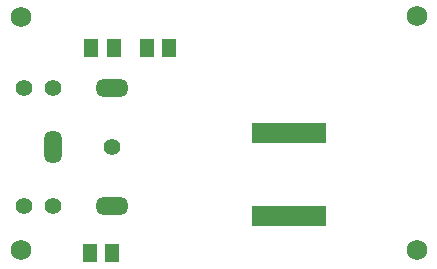
<source format=gts>
G04*
G04 #@! TF.GenerationSoftware,Altium Limited,Altium Designer,18.1.9 (240)*
G04*
G04 Layer_Color=8388736*
%FSLAX25Y25*%
%MOIN*%
G70*
G01*
G75*
%ADD15R,0.04800X0.06300*%
%ADD16R,0.24816X0.07099*%
%ADD17C,0.06800*%
%ADD18O,0.05950X0.11099*%
%ADD19O,0.11099X0.05950*%
%ADD20C,0.05524*%
D15*
X204500Y364000D02*
D03*
X211900D02*
D03*
X193500D02*
D03*
X186100D02*
D03*
X185600Y295500D02*
D03*
X193000D02*
D03*
D16*
X252000Y308000D02*
D03*
Y335559D02*
D03*
D17*
X162500Y374250D02*
D03*
X294500Y374500D02*
D03*
Y296500D02*
D03*
X162500D02*
D03*
D18*
X173315Y331000D02*
D03*
D19*
X193000Y311315D02*
D03*
Y350685D02*
D03*
D20*
X163472D02*
D03*
X173315D02*
D03*
X193000Y331000D02*
D03*
X163472Y311315D02*
D03*
X173315D02*
D03*
M02*

</source>
